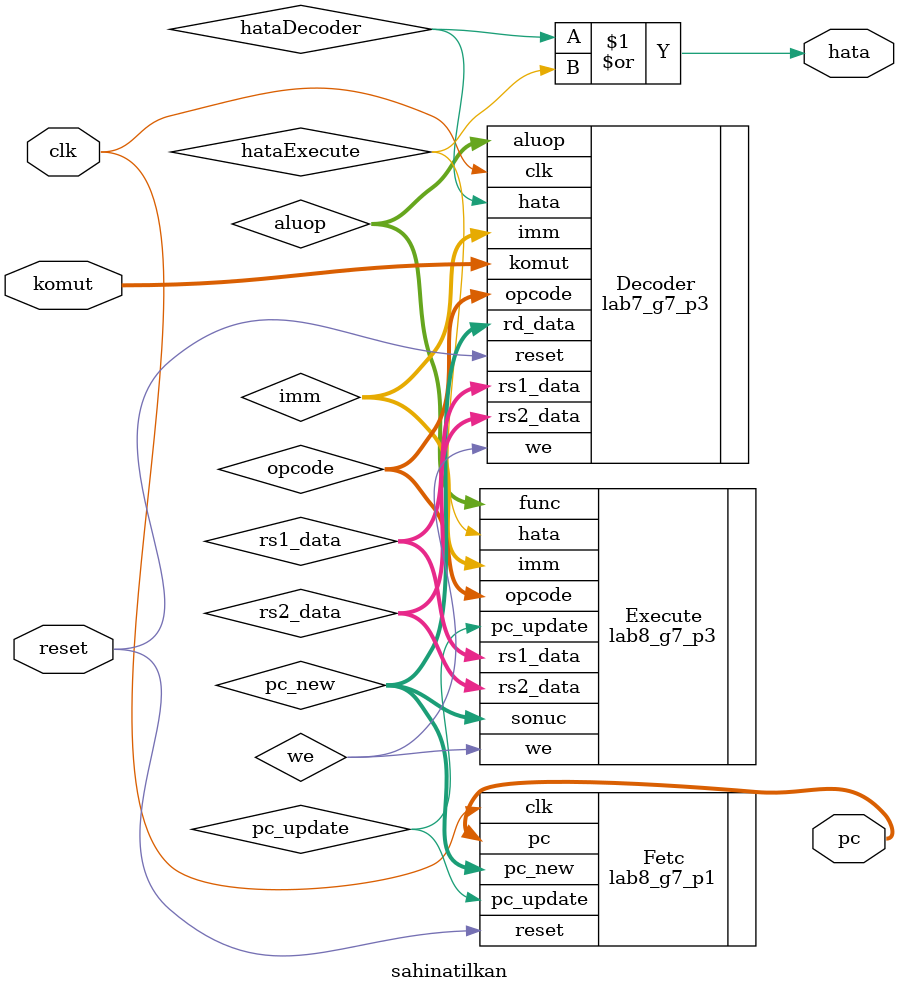
<source format=sv>
/*
Hazirlayanlar : Aykut Sahin ve Serhat Atilkan
Problem 2 - Decode Fetch Birlesim Modulu(Lab grup7)
*/
module sahinatilkan
(
input logic clk,reset,
input logic [31:0] komut,
output logic [31:0] pc,
output logic hata
);


logic [31:0]    rs1_data,rs2_data,imm;
logic [3:0]     aluop;
logic [6:0]     opcode;
logic           we,hataDecoder,hataExecute;
logic           pc_update;
logic [31:0]    pc_new;




lab7_g7_p3 Decoder(.clk(clk),.reset(reset),.komut(komut),.hata(hataDecoder),.rs1_data(rs1_data),
.rs2_data(rs2_data),.imm(imm),.aluop(aluop),.opcode(opcode),.rd_data(pc_new),.we(we));


lab8_g7_p3 Execute(.rs1_data(rs1_data),.rs2_data(rs2_data),.imm(imm),.func(aluop),.opcode(opcode),
.pc_update(pc_update),.sonuc(pc_new),.we(we),.hata(hataExecute));


lab8_g7_p1 Fetc(.clk(clk),.reset(reset),.pc(pc),.pc_update(pc_update),.pc_new(pc_new));


assign hata = hataDecoder | hataExecute;
endmodule
</source>
